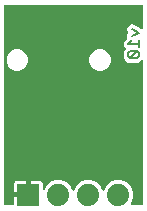
<source format=gbr>
G04 EAGLE Gerber RS-274X export*
G75*
%MOMM*%
%FSLAX34Y34*%
%LPD*%
%INBottom Copper*%
%IPPOS*%
%AMOC8*
5,1,8,0,0,1.08239X$1,22.5*%
G01*
%ADD10C,0.152400*%
%ADD11R,1.879600X1.879600*%
%ADD12C,1.879600*%
%ADD13C,1.016000*%

G36*
X12504Y4327D02*
X12504Y4327D01*
X12562Y4325D01*
X12644Y4347D01*
X12728Y4359D01*
X12781Y4382D01*
X12837Y4397D01*
X12910Y4440D01*
X12987Y4475D01*
X13032Y4513D01*
X13082Y4542D01*
X13140Y4604D01*
X13204Y4658D01*
X13236Y4707D01*
X13276Y4750D01*
X13315Y4825D01*
X13362Y4895D01*
X13379Y4951D01*
X13406Y5003D01*
X13417Y5071D01*
X13447Y5166D01*
X13450Y5266D01*
X13461Y5334D01*
X13461Y10669D01*
X24384Y10669D01*
X24442Y10677D01*
X24500Y10675D01*
X24582Y10697D01*
X24665Y10709D01*
X24719Y10733D01*
X24775Y10747D01*
X24848Y10790D01*
X24925Y10825D01*
X24969Y10863D01*
X25020Y10893D01*
X25077Y10954D01*
X25142Y11009D01*
X25174Y11057D01*
X25214Y11100D01*
X25253Y11175D01*
X25299Y11245D01*
X25317Y11301D01*
X25344Y11353D01*
X25355Y11421D01*
X25385Y11516D01*
X25388Y11616D01*
X25399Y11684D01*
X25399Y12701D01*
X26416Y12701D01*
X26474Y12709D01*
X26532Y12708D01*
X26614Y12729D01*
X26697Y12741D01*
X26751Y12765D01*
X26807Y12779D01*
X26880Y12822D01*
X26957Y12857D01*
X27002Y12895D01*
X27052Y12925D01*
X27110Y12986D01*
X27174Y13041D01*
X27206Y13089D01*
X27246Y13132D01*
X27285Y13207D01*
X27331Y13277D01*
X27349Y13333D01*
X27376Y13385D01*
X27387Y13453D01*
X27417Y13548D01*
X27420Y13648D01*
X27431Y13716D01*
X27431Y24639D01*
X35132Y24639D01*
X35779Y24466D01*
X36358Y24131D01*
X36831Y23658D01*
X37166Y23079D01*
X37339Y22432D01*
X37339Y17830D01*
X37351Y17745D01*
X37353Y17660D01*
X37371Y17605D01*
X37379Y17549D01*
X37414Y17471D01*
X37440Y17389D01*
X37472Y17341D01*
X37495Y17290D01*
X37550Y17224D01*
X37598Y17153D01*
X37642Y17116D01*
X37678Y17073D01*
X37750Y17025D01*
X37816Y16970D01*
X37868Y16947D01*
X37915Y16915D01*
X37997Y16889D01*
X38076Y16854D01*
X38132Y16846D01*
X38186Y16829D01*
X38272Y16827D01*
X38357Y16815D01*
X38413Y16823D01*
X38470Y16822D01*
X38553Y16844D01*
X38638Y16856D01*
X38690Y16879D01*
X38745Y16894D01*
X38819Y16938D01*
X38898Y16973D01*
X38941Y17010D01*
X38990Y17039D01*
X39049Y17102D01*
X39114Y17157D01*
X39140Y17199D01*
X39184Y17246D01*
X39250Y17375D01*
X39292Y17442D01*
X40248Y19751D01*
X43749Y23252D01*
X48324Y25147D01*
X53276Y25147D01*
X57851Y23252D01*
X61352Y19751D01*
X62562Y16829D01*
X62577Y16804D01*
X62586Y16776D01*
X62649Y16681D01*
X62707Y16584D01*
X62728Y16564D01*
X62744Y16539D01*
X62831Y16467D01*
X62913Y16389D01*
X62939Y16375D01*
X62962Y16357D01*
X63065Y16311D01*
X63166Y16259D01*
X63195Y16253D01*
X63222Y16241D01*
X63334Y16225D01*
X63445Y16204D01*
X63474Y16206D01*
X63503Y16202D01*
X63615Y16218D01*
X63728Y16228D01*
X63755Y16239D01*
X63784Y16243D01*
X63888Y16289D01*
X63993Y16330D01*
X64017Y16348D01*
X64044Y16360D01*
X64130Y16433D01*
X64220Y16502D01*
X64238Y16525D01*
X64260Y16544D01*
X64302Y16611D01*
X64390Y16729D01*
X64412Y16788D01*
X64438Y16829D01*
X65648Y19751D01*
X69149Y23252D01*
X73724Y25147D01*
X78676Y25147D01*
X83251Y23252D01*
X86752Y19751D01*
X87962Y16829D01*
X87977Y16804D01*
X87986Y16776D01*
X88049Y16681D01*
X88107Y16584D01*
X88128Y16564D01*
X88144Y16539D01*
X88231Y16467D01*
X88313Y16389D01*
X88339Y16375D01*
X88362Y16357D01*
X88465Y16311D01*
X88566Y16259D01*
X88595Y16253D01*
X88622Y16241D01*
X88734Y16225D01*
X88845Y16204D01*
X88874Y16206D01*
X88903Y16202D01*
X89015Y16218D01*
X89128Y16228D01*
X89155Y16239D01*
X89184Y16243D01*
X89288Y16289D01*
X89393Y16330D01*
X89417Y16348D01*
X89444Y16360D01*
X89530Y16433D01*
X89620Y16502D01*
X89638Y16525D01*
X89660Y16544D01*
X89702Y16611D01*
X89790Y16729D01*
X89812Y16788D01*
X89838Y16829D01*
X91048Y19751D01*
X94549Y23252D01*
X99124Y25147D01*
X104076Y25147D01*
X108651Y23252D01*
X112152Y19751D01*
X114047Y15176D01*
X114047Y10224D01*
X112182Y5723D01*
X112153Y5611D01*
X112119Y5502D01*
X112118Y5474D01*
X112111Y5447D01*
X112114Y5333D01*
X112111Y5218D01*
X112118Y5191D01*
X112119Y5163D01*
X112154Y5054D01*
X112183Y4943D01*
X112197Y4919D01*
X112206Y4892D01*
X112270Y4797D01*
X112329Y4698D01*
X112349Y4679D01*
X112364Y4656D01*
X112452Y4582D01*
X112536Y4504D01*
X112561Y4491D01*
X112582Y4473D01*
X112687Y4427D01*
X112789Y4374D01*
X112814Y4370D01*
X112842Y4358D01*
X113105Y4321D01*
X113120Y4319D01*
X121472Y4319D01*
X121529Y4327D01*
X121587Y4325D01*
X121669Y4347D01*
X121754Y4359D01*
X121806Y4382D01*
X121862Y4397D01*
X121935Y4440D01*
X122013Y4475D01*
X122057Y4512D01*
X122107Y4542D01*
X122165Y4604D01*
X122230Y4658D01*
X122262Y4707D01*
X122302Y4749D01*
X122340Y4824D01*
X122388Y4895D01*
X122405Y4950D01*
X122431Y5002D01*
X122443Y5070D01*
X122473Y5166D01*
X122476Y5265D01*
X122487Y5333D01*
X122623Y126040D01*
X122619Y126069D01*
X122621Y126099D01*
X122599Y126210D01*
X122584Y126321D01*
X122571Y126348D01*
X122566Y126378D01*
X122514Y126478D01*
X122468Y126581D01*
X122448Y126604D01*
X122435Y126630D01*
X122357Y126712D01*
X122284Y126798D01*
X122259Y126815D01*
X122239Y126836D01*
X122141Y126893D01*
X122048Y126956D01*
X122019Y126965D01*
X121993Y126980D01*
X121884Y127008D01*
X121777Y127042D01*
X121747Y127043D01*
X121718Y127050D01*
X121605Y127046D01*
X121493Y127049D01*
X121464Y127042D01*
X121434Y127041D01*
X121327Y127006D01*
X121217Y126978D01*
X121192Y126963D01*
X121163Y126954D01*
X121099Y126908D01*
X120973Y126833D01*
X120930Y126787D01*
X120890Y126759D01*
X118756Y124625D01*
X109837Y124625D01*
X107307Y127154D01*
X106164Y128297D01*
X106164Y134336D01*
X107825Y135997D01*
X107860Y136043D01*
X107902Y136084D01*
X107945Y136156D01*
X107996Y136224D01*
X108017Y136278D01*
X108046Y136329D01*
X108067Y136410D01*
X108097Y136489D01*
X108102Y136548D01*
X108116Y136604D01*
X108114Y136689D01*
X108121Y136773D01*
X108109Y136830D01*
X108107Y136888D01*
X108081Y136969D01*
X108065Y137051D01*
X108038Y137103D01*
X108020Y137159D01*
X107980Y137215D01*
X107934Y137304D01*
X107865Y137376D01*
X107825Y137432D01*
X106164Y139093D01*
X106164Y142250D01*
X108693Y144780D01*
X108899Y144985D01*
X108922Y145016D01*
X108950Y145041D01*
X109007Y145129D01*
X109070Y145213D01*
X109084Y145248D01*
X109104Y145280D01*
X109134Y145380D01*
X109171Y145478D01*
X109174Y145516D01*
X109185Y145552D01*
X109186Y145657D01*
X109195Y145762D01*
X109188Y145799D01*
X109188Y145836D01*
X109165Y145911D01*
X109139Y146040D01*
X109105Y146105D01*
X109089Y146157D01*
X108741Y146853D01*
X109692Y149706D01*
X109695Y149721D01*
X109702Y149735D01*
X109721Y149861D01*
X109744Y149985D01*
X109742Y150001D01*
X109744Y150016D01*
X109734Y150084D01*
X109715Y150268D01*
X109698Y150311D01*
X109692Y150348D01*
X108741Y153200D01*
X110153Y156024D01*
X113148Y157022D01*
X120015Y153589D01*
X120094Y153562D01*
X120148Y153534D01*
X121318Y153144D01*
X121396Y153129D01*
X121470Y153106D01*
X121535Y153104D01*
X121598Y153092D01*
X121676Y153100D01*
X121755Y153098D01*
X121817Y153114D01*
X121881Y153121D01*
X121954Y153150D01*
X122030Y153170D01*
X122085Y153202D01*
X122145Y153226D01*
X122207Y153274D01*
X122274Y153315D01*
X122318Y153361D01*
X122369Y153401D01*
X122415Y153464D01*
X122469Y153522D01*
X122498Y153579D01*
X122536Y153631D01*
X122563Y153705D01*
X122599Y153775D01*
X122608Y153829D01*
X122633Y153898D01*
X122642Y154029D01*
X122655Y154106D01*
X122675Y172465D01*
X122667Y172523D01*
X122669Y172582D01*
X122647Y172663D01*
X122636Y172746D01*
X122612Y172800D01*
X122597Y172857D01*
X122554Y172929D01*
X122520Y173006D01*
X122482Y173051D01*
X122452Y173102D01*
X122390Y173159D01*
X122336Y173223D01*
X122287Y173256D01*
X122244Y173296D01*
X122170Y173334D01*
X122100Y173381D01*
X122044Y173399D01*
X121991Y173426D01*
X121923Y173437D01*
X121829Y173467D01*
X121728Y173470D01*
X121660Y173481D01*
X5334Y173481D01*
X5276Y173473D01*
X5218Y173475D01*
X5136Y173453D01*
X5052Y173441D01*
X4999Y173418D01*
X4943Y173403D01*
X4870Y173360D01*
X4793Y173325D01*
X4748Y173287D01*
X4698Y173258D01*
X4640Y173196D01*
X4576Y173142D01*
X4544Y173093D01*
X4504Y173050D01*
X4465Y172975D01*
X4418Y172905D01*
X4401Y172849D01*
X4374Y172797D01*
X4363Y172729D01*
X4333Y172634D01*
X4330Y172534D01*
X4319Y172466D01*
X4319Y5334D01*
X4327Y5276D01*
X4325Y5218D01*
X4347Y5136D01*
X4359Y5052D01*
X4382Y4999D01*
X4397Y4943D01*
X4440Y4870D01*
X4475Y4793D01*
X4513Y4748D01*
X4542Y4698D01*
X4604Y4640D01*
X4658Y4576D01*
X4707Y4544D01*
X4750Y4504D01*
X4825Y4465D01*
X4895Y4418D01*
X4951Y4401D01*
X5003Y4374D01*
X5071Y4363D01*
X5166Y4333D01*
X5266Y4330D01*
X5334Y4319D01*
X12446Y4319D01*
X12504Y4327D01*
G37*
%LPC*%
G36*
X84200Y117951D02*
X84200Y117951D01*
X80874Y119329D01*
X78329Y121874D01*
X76951Y125200D01*
X76951Y128800D01*
X78329Y132126D01*
X80874Y134671D01*
X84200Y136049D01*
X87800Y136049D01*
X91126Y134671D01*
X93671Y132126D01*
X95049Y128800D01*
X95049Y125200D01*
X93671Y121874D01*
X91126Y119329D01*
X87800Y117951D01*
X84200Y117951D01*
G37*
%LPD*%
%LPC*%
G36*
X14200Y117951D02*
X14200Y117951D01*
X10874Y119329D01*
X8329Y121874D01*
X6951Y125200D01*
X6951Y128800D01*
X8329Y132126D01*
X10874Y134671D01*
X14200Y136049D01*
X17800Y136049D01*
X21126Y134671D01*
X23671Y132126D01*
X25049Y128800D01*
X25049Y125200D01*
X23671Y121874D01*
X21126Y119329D01*
X17800Y117951D01*
X14200Y117951D01*
G37*
%LPD*%
%LPC*%
G36*
X13461Y14731D02*
X13461Y14731D01*
X13461Y22432D01*
X13634Y23079D01*
X13969Y23658D01*
X14442Y24131D01*
X15021Y24466D01*
X15668Y24639D01*
X23369Y24639D01*
X23369Y14731D01*
X13461Y14731D01*
G37*
%LPD*%
D10*
X112856Y152908D02*
X118618Y150027D01*
X112856Y147146D01*
X112856Y143553D02*
X109975Y140672D01*
X118618Y140672D01*
X118618Y143553D02*
X118618Y137791D01*
X117177Y134198D02*
X111415Y134198D01*
X109975Y132757D01*
X109975Y129876D01*
X111415Y128435D01*
X117177Y128435D01*
X118618Y129876D01*
X118618Y132757D01*
X117177Y134198D01*
X111415Y128435D01*
D11*
X25400Y12700D03*
D12*
X50800Y12700D03*
X76200Y12700D03*
X101600Y12700D03*
D13*
X114300Y50800D03*
M02*

</source>
